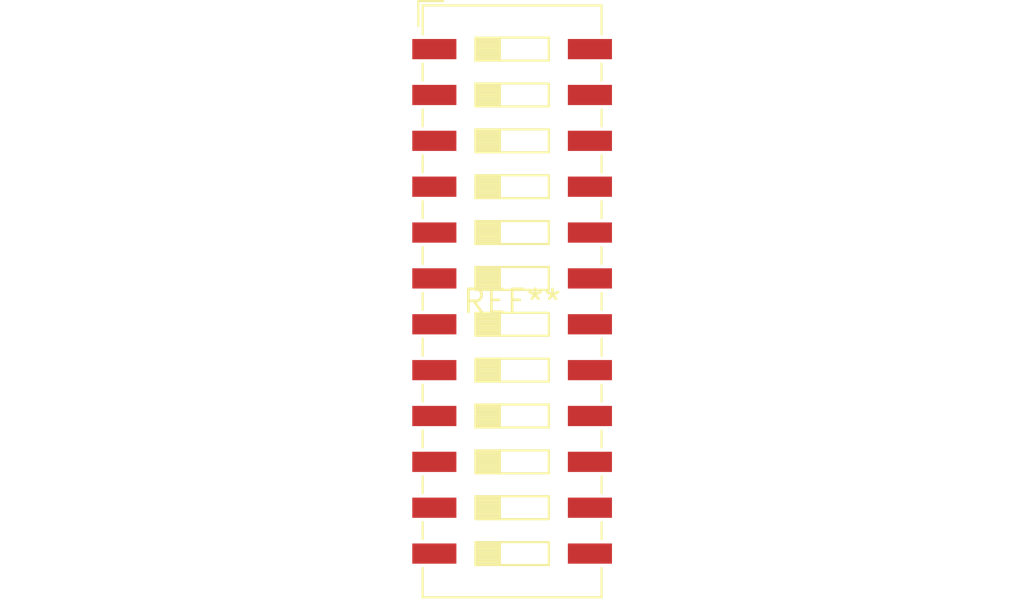
<source format=kicad_pcb>
(kicad_pcb (version 20240108) (generator pcbnew)
  (layers (0 "F.Cu" signal) (31 "B.Cu" signal) (34 "B.Paste" user) (35 "F.Paste" user) (36 "B.SilkS" user "B.Silkscreen") (37 "F.SilkS" user "F.Silkscreen") (38 "B.Mask" user) (39 "F.Mask" user) (44 "Edge.Cuts" user))
  (net 0 "")
  (footprint "SW_DIP_SPSTx12_Slide_9.78x32.66mm_W8.61mm_P2.54mm" (layer "F.Cu") (at 0 0)
    (property "Reference" "REF**")
    (property "Value" "SW_DIP_SPSTx12_Slide_9.78x32.66mm_W8.61mm_P2.54mm")
    (fp_line (start -5.19 -16.63) (end -5.19 -15.247) (layer "F.SilkS") (stroke (width 0.12)))
    (fp_line (start -5.19 -16.63) (end -3.806 -16.63) (layer "F.SilkS") (stroke (width 0.12)))
    (fp_line (start -4.95 -16.39) (end -4.95 -14.77) (layer "F.SilkS") (stroke (width 0.12)))
    (fp_line (start -4.95 -16.39) (end 4.95 -16.39) (layer "F.SilkS") (stroke (width 0.12)))
    (fp_line (start -4.95 -13.17) (end -4.95 -12.23) (layer "F.SilkS") (stroke (width 0.12)))
    (fp_line (start -4.95 -10.63) (end -4.95 -9.69) (layer "F.SilkS") (stroke (width 0.12)))
    (fp_line (start -4.95 -8.09) (end -4.95 -7.15) (layer "F.SilkS") (stroke (width 0.12)))
    (fp_line (start -4.95 -5.55) (end -4.95 -4.61) (layer "F.SilkS") (stroke (width 0.12)))
    (fp_line (start -4.95 -3.01) (end -4.95 -2.07) (layer "F.SilkS") (stroke (width 0.12)))
    (fp_line (start -4.95 -0.47) (end -4.95 0.47) (layer "F.SilkS") (stroke (width 0.12)))
    (fp_line (start -4.95 2.07) (end -4.95 3.01) (layer "F.SilkS") (stroke (width 0.12)))
    (fp_line (start -4.95 4.61) (end -4.95 5.55) (layer "F.SilkS") (stroke (width 0.12)))
    (fp_line (start -4.95 7.15) (end -4.95 8.09) (layer "F.SilkS") (stroke (width 0.12)))
    (fp_line (start -4.95 9.69) (end -4.95 10.63) (layer "F.SilkS") (stroke (width 0.12)))
    (fp_line (start -4.95 12.23) (end -4.95 13.17) (layer "F.SilkS") (stroke (width 0.12)))
    (fp_line (start -4.95 14.77) (end -4.95 16.39) (layer "F.SilkS") (stroke (width 0.12)))
    (fp_line (start -4.95 16.39) (end 4.95 16.39) (layer "F.SilkS") (stroke (width 0.12)))
    (fp_line (start -2.03 -14.605) (end -2.03 -13.335) (layer "F.SilkS") (stroke (width 0.12)))
    (fp_line (start -2.03 -14.485) (end -0.676667 -14.485) (layer "F.SilkS") (stroke (width 0.12)))
    (fp_line (start -2.03 -14.365) (end -0.676667 -14.365) (layer "F.SilkS") (stroke (width 0.12)))
    (fp_line (start -2.03 -14.245) (end -0.676667 -14.245) (layer "F.SilkS") (stroke (width 0.12)))
    (fp_line (start -2.03 -14.125) (end -0.676667 -14.125) (layer "F.SilkS") (stroke (width 0.12)))
    (fp_line (start -2.03 -14.005) (end -0.676667 -14.005) (layer "F.SilkS") (stroke (width 0.12)))
    (fp_line (start -2.03 -13.885) (end -0.676667 -13.885) (layer "F.SilkS") (stroke (width 0.12)))
    (fp_line (start -2.03 -13.765) (end -0.676667 -13.765) (layer "F.SilkS") (stroke (width 0.12)))
    (fp_line (start -2.03 -13.645) (end -0.676667 -13.645) (layer "F.SilkS") (stroke (width 0.12)))
    (fp_line (start -2.03 -13.525) (end -0.676667 -13.525) (layer "F.SilkS") (stroke (width 0.12)))
    (fp_line (start -2.03 -13.405) (end -0.676667 -13.405) (layer "F.SilkS") (stroke (width 0.12)))
    (fp_line (start -2.03 -13.335) (end 2.03 -13.335) (layer "F.SilkS") (stroke (width 0.12)))
    (fp_line (start -2.03 -12.065) (end -2.03 -10.795) (layer "F.SilkS") (stroke (width 0.12)))
    (fp_line (start -2.03 -11.945) (end -0.676667 -11.945) (layer "F.SilkS") (stroke (width 0.12)))
    (fp_line (start -2.03 -11.825) (end -0.676667 -11.825) (layer "F.SilkS") (stroke (width 0.12)))
    (fp_line (start -2.03 -11.705) (end -0.676667 -11.705) (layer "F.SilkS") (stroke (width 0.12)))
    (fp_line (start -2.03 -11.585) (end -0.676667 -11.585) (layer "F.SilkS") (stroke (width 0.12)))
    (fp_line (start -2.03 -11.465) (end -0.676667 -11.465) (layer "F.SilkS") (stroke (width 0.12)))
    (fp_line (start -2.03 -11.345) (end -0.676667 -11.345) (layer "F.SilkS") (stroke (width 0.12)))
    (fp_line (start -2.03 -11.225) (end -0.676667 -11.225) (layer "F.SilkS") (stroke (width 0.12)))
    (fp_line (start -2.03 -11.105) (end -0.676667 -11.105) (layer "F.SilkS") (stroke (width 0.12)))
    (fp_line (start -2.03 -10.985) (end -0.676667 -10.985) (layer "F.SilkS") (stroke (width 0.12)))
    (fp_line (start -2.03 -10.865) (end -0.676667 -10.865) (layer "F.SilkS") (stroke (width 0.12)))
    (fp_line (start -2.03 -10.795) (end 2.03 -10.795) (layer "F.SilkS") (stroke (width 0.12)))
    (fp_line (start -2.03 -9.525) (end -2.03 -8.255) (layer "F.SilkS") (stroke (width 0.12)))
    (fp_line (start -2.03 -9.405) (end -0.676667 -9.405) (layer "F.SilkS") (stroke (width 0.12)))
    (fp_line (start -2.03 -9.285) (end -0.676667 -9.285) (layer "F.SilkS") (stroke (width 0.12)))
    (fp_line (start -2.03 -9.165) (end -0.676667 -9.165) (layer "F.SilkS") (stroke (width 0.12)))
    (fp_line (start -2.03 -9.045) (end -0.676667 -9.045) (layer "F.SilkS") (stroke (width 0.12)))
    (fp_line (start -2.03 -8.925) (end -0.676667 -8.925) (layer "F.SilkS") (stroke (width 0.12)))
    (fp_line (start -2.03 -8.805) (end -0.676667 -8.805) (layer "F.SilkS") (stroke (width 0.12)))
    (fp_line (start -2.03 -8.685) (end -0.676667 -8.685) (layer "F.SilkS") (stroke (width 0.12)))
    (fp_line (start -2.03 -8.565) (end -0.676667 -8.565) (layer "F.SilkS") (stroke (width 0.12)))
    (fp_line (start -2.03 -8.445) (end -0.676667 -8.445) (layer "F.SilkS") (stroke (width 0.12)))
    (fp_line (start -2.03 -8.325) (end -0.676667 -8.325) (layer "F.SilkS") (stroke (width 0.12)))
    (fp_line (start -2.03 -8.255) (end 2.03 -8.255) (layer "F.SilkS") (stroke (width 0.12)))
    (fp_line (start -2.03 -6.985) (end -2.03 -5.715) (layer "F.SilkS") (stroke (width 0.12)))
    (fp_line (start -2.03 -6.865) (end -0.676667 -6.865) (layer "F.SilkS") (stroke (width 0.12)))
    (fp_line (start -2.03 -6.745) (end -0.676667 -6.745) (layer "F.SilkS") (stroke (width 0.12)))
    (fp_line (start -2.03 -6.625) (end -0.676667 -6.625) (layer "F.SilkS") (stroke (width 0.12)))
    (fp_line (start -2.03 -6.505) (end -0.676667 -6.505) (layer "F.SilkS") (stroke (width 0.12)))
    (fp_line (start -2.03 -6.385) (end -0.676667 -6.385) (layer "F.SilkS") (stroke (width 0.12)))
    (fp_line (start -2.03 -6.265) (end -0.676667 -6.265) (layer "F.SilkS") (stroke (width 0.12)))
    (fp_line (start -2.03 -6.145) (end -0.676667 -6.145) (layer "F.SilkS") (stroke (width 0.12)))
    (fp_line (start -2.03 -6.025) (end -0.676667 -6.025) (layer "F.SilkS") (stroke (width 0.12)))
    (fp_line (start -2.03 -5.905) (end -0.676667 -5.905) (layer "F.SilkS") (stroke (width 0.12)))
    (fp_line (start -2.03 -5.785) (end -0.676667 -5.785) (layer "F.SilkS") (stroke (width 0.12)))
    (fp_line (start -2.03 -5.715) (end 2.03 -5.715) (layer "F.SilkS") (stroke (width 0.12)))
    (fp_line (start -2.03 -4.445) (end -2.03 -3.175) (layer "F.SilkS") (stroke (width 0.12)))
    (fp_line (start -2.03 -4.325) (end -0.676667 -4.325) (layer "F.SilkS") (stroke (width 0.12)))
    (fp_line (start -2.03 -4.205) (end -0.676667 -4.205) (layer "F.SilkS") (stroke (width 0.12)))
    (fp_line (start -2.03 -4.085) (end -0.676667 -4.085) (layer "F.SilkS") (stroke (width 0.12)))
    (fp_line (start -2.03 -3.965) (end -0.676667 -3.965) (layer "F.SilkS") (stroke (width 0.12)))
    (fp_line (start -2.03 -3.845) (end -0.676667 -3.845) (layer "F.SilkS") (stroke (width 0.12)))
    (fp_line (start -2.03 -3.725) (end -0.676667 -3.725) (layer "F.SilkS") (stroke (width 0.12)))
    (fp_line (start -2.03 -3.605) (end -0.676667 -3.605) (layer "F.SilkS") (stroke (width 0.12)))
    (fp_line (start -2.03 -3.485) (end -0.676667 -3.485) (layer "F.SilkS") (stroke (width 0.12)))
    (fp_line (start -2.03 -3.365) (end -0.676667 -3.365) (layer "F.SilkS") (stroke (width 0.12)))
    (fp_line (start -2.03 -3.245) (end -0.676667 -3.245) (layer "F.SilkS") (stroke (width 0.12)))
    (fp_line (start -2.03 -3.175) (end 2.03 -3.175) (layer "F.SilkS") (stroke (width 0.12)))
    (fp_line (start -2.03 -1.905) (end -2.03 -0.635) (layer "F.SilkS") (stroke (width 0.12)))
    (fp_line (start -2.03 -1.785) (end -0.676667 -1.785) (layer "F.SilkS") (stroke (width 0.12)))
    (fp_line (start -2.03 -1.665) (end -0.676667 -1.665) (layer "F.SilkS") (stroke (width 0.12)))
    (fp_line (start -2.03 -1.545) (end -0.676667 -1.545) (layer "F.SilkS") (stroke (width 0.12)))
    (fp_line (start -2.03 -1.425) (end -0.676667 -1.425) (layer "F.SilkS") (stroke (width 0.12)))
    (fp_line (start -2.03 -1.305) (end -0.676667 -1.305) (layer "F.SilkS") (stroke (width 0.12)))
    (fp_line (start -2.03 -1.185) (end -0.676667 -1.185) (layer "F.SilkS") (stroke (width 0.12)))
    (fp_line (start -2.03 -1.065) (end -0.676667 -1.065) (layer "F.SilkS") (stroke (width 0.12)))
    (fp_line (start -2.03 -0.945) (end -0.676667 -0.945) (layer "F.SilkS") (stroke (width 0.12)))
    (fp_line (start -2.03 -0.825) (end -0.676667 -0.825) (layer "F.SilkS") (stroke (width 0.12)))
    (fp_line (start -2.03 -0.705) (end -0.676667 -0.705) (layer "F.SilkS") (stroke (width 0.12)))
    (fp_line (start -2.03 -0.635) (end 2.03 -0.635) (layer "F.SilkS") (stroke (width 0.12)))
    (fp_line (start -2.03 0.635) (end -2.03 1.905) (layer "F.SilkS") (stroke (width 0.12)))
    (fp_line (start -2.03 0.755) (end -0.676667 0.755) (layer "F.SilkS") (stroke (width 0.12)))
    (fp_line (start -2.03 0.875) (end -0.676667 0.875) (layer "F.SilkS") (stroke (width 0.12)))
    (fp_line (start -2.03 0.995) (end -0.676667 0.995) (layer "F.SilkS") (stroke (width 0.12)))
    (fp_line (start -2.03 1.115) (end -0.676667 1.115) (layer "F.SilkS") (stroke (width 0.12)))
    (fp_line (start -2.03 1.235) (end -0.676667 1.235) (layer "F.SilkS") (stroke (width 0.12)))
    (fp_line (start -2.03 1.355) (end -0.676667 1.355) (layer "F.SilkS") (stroke (width 0.12)))
    (fp_line (start -2.03 1.475) (end -0.676667 1.475) (layer "F.SilkS") (stroke (width 0.12)))
    (fp_line (start -2.03 1.595) (end -0.676667 1.595) (layer "F.SilkS") (stroke (width 0.12)))
    (fp_line (start -2.03 1.715) (end -0.676667 1.715) (layer "F.SilkS") (stroke (width 0.12)))
    (fp_line (start -2.03 1.835) (end -0.676667 1.835) (layer "F.SilkS") (stroke (width 0.12)))
    (fp_line (start -2.03 1.905) (end 2.03 1.905) (layer "F.SilkS") (stroke (width 0.12)))
    (fp_line (start -2.03 3.175) (end -2.03 4.445) (layer "F.SilkS") (stroke (width 0.12)))
    (fp_line (start -2.03 3.295) (end -0.676667 3.295) (layer "F.SilkS") (stroke (width 0.12)))
    (fp_line (start -2.03 3.415) (end -0.676667 3.415) (layer "F.SilkS") (stroke (width 0.12)))
    (fp_line (start -2.03 3.535) (end -0.676667 3.535) (layer "F.SilkS") (stroke (width 0.12)))
    (fp_line (start -2.03 3.655) (end -0.676667 3.655) (layer "F.SilkS") (stroke (width 0.12)))
    (fp_line (start -2.03 3.775) (end -0.676667 3.775) (layer "F.SilkS") (stroke (width 0.12)))
    (fp_line (start -2.03 3.895) (end -0.676667 3.895) (layer "F.SilkS") (stroke (width 0.12)))
    (fp_line (start -2.03 4.015) (end -0.676667 4.015) (layer "F.SilkS") (stroke (width 0.12)))
    (fp_line (start -2.03 4.135) (end -0.676667 4.135) (layer "F.SilkS") (stroke (width 0.12)))
    (fp_line (start -2.03 4.255) (end -0.676667 4.255) (layer "F.SilkS") (stroke (width 0.12)))
    (fp_line (start -2.03 4.375) (end -0.676667 4.375) (layer "F.SilkS") (stroke (width 0.12)))
    (fp_line (start -2.03 4.445) (end 2.03 4.445) (layer "F.SilkS") (stroke (width 0.12)))
    (fp_line (start -2.03 5.715) (end -2.03 6.985) (layer "F.SilkS") (stroke (width 0.12)))
    (fp_line (start -2.03 5.835) (end -0.676667 5.835) (layer "F.SilkS") (stroke (width 0.12)))
    (fp_line (start -2.03 5.955) (end -0.676667 5.955) (layer "F.SilkS") (stroke (width 0.12)))
    (fp_line (start -2.03 6.075) (end -0.676667 6.075) (layer "F.SilkS") (stroke (width 0.12)))
    (fp_line (start -2.03 6.195) (end -0.676667 6.195) (layer "F.SilkS") (stroke (width 0.12)))
    (fp_line (start -2.03 6.315) (end -0.676667 6.315) (layer "F.SilkS") (stroke (width 0.12)))
    (fp_line (start -2.03 6.435) (end -0.676667 6.435) (layer "F.SilkS") (stroke (width 0.12)))
    (fp_line (start -2.03 6.555) (end -0.676667 6.555) (layer "F.SilkS") (stroke (width 0.12)))
    (fp_line (start -2.03 6.675) (end -0.676667 6.675) (layer "F.SilkS") (stroke (width 0.12)))
    (fp_line (start -2.03 6.795) (end -0.676667 6.795) (layer "F.SilkS") (stroke (width 0.12)))
    (fp_line (start -2.03 6.915) (end -0.676667 6.915) (layer "F.SilkS") (stroke (width 0.12)))
    (fp_line (start -2.03 6.985) (end 2.03 6.985) (layer "F.SilkS") (stroke (width 0.12)))
    (fp_line (start -2.03 8.255) (end -2.03 9.525) (layer "F.SilkS") (stroke (width 0.12)))
    (fp_line (start -2.03 8.375) (end -0.676667 8.375) (layer "F.SilkS") (stroke (width 0.12)))
    (fp_line (start -2.03 8.495) (end -0.676667 8.495) (layer "F.SilkS") (stroke (width 0.12)))
    (fp_line (start -2.03 8.615) (end -0.676667 8.615) (layer "F.SilkS") (stroke (width 0.12)))
    (fp_line (start -2.03 8.735) (end -0.676667 8.735) (layer "F.SilkS") (stroke (width 0.12)))
    (fp_line (start -2.03 8.855) (end -0.676667 8.855) (layer "F.SilkS") (stroke (width 0.12)))
    (fp_line (start -2.03 8.975) (end -0.676667 8.975) (layer "F.SilkS") (stroke (width 0.12)))
    (fp_line (start -2.03 9.095) (end -0.676667 9.095) (layer "F.SilkS") (stroke (width 0.12)))
    (fp_line (start -2.03 9.215) (end -0.676667 9.215) (layer "F.SilkS") (stroke (width 0.12)))
    (fp_line (start -2.03 9.335) (end -0.676667 9.335) (layer "F.SilkS") (stroke (width 0.12)))
    (fp_line (start -2.03 9.455) (end -0.676667 9.455) (layer "F.SilkS") (stroke (width 0.12)))
    (fp_line (start -2.03 9.525) (end 2.03 9.525) (layer "F.SilkS") (stroke (width 0.12)))
    (fp_line (start -2.03 10.795) (end -2.03 12.065) (layer "F.SilkS") (stroke (width 0.12)))
    (fp_line (start -2.03 10.915) (end -0.676667 10.915) (layer "F.SilkS") (stroke (width 0.12)))
    (fp_line (start -2.03 11.035) (end -0.676667 11.035) (layer "F.SilkS") (stroke (width 0.12)))
    (fp_line (start -2.03 11.155) (end -0.676667 11.155) (layer "F.SilkS") (stroke (width 0.12)))
    (fp_line (start -2.03 11.275) (end -0.676667 11.275) (layer "F.SilkS") (stroke (width 0.12)))
    (fp_line (start -2.03 11.395) (end -0.676667 11.395) (layer "F.SilkS") (stroke (width 0.12)))
    (fp_line (start -2.03 11.515) (end -0.676667 11.515) (layer "F.SilkS") (stroke (width 0.12)))
    (fp_line (start -2.03 11.635) (end -0.676667 11.635) (layer "F.SilkS") (stroke (width 0.12)))
    (fp_line (start -2.03 11.755) (end -0.676667 11.755) (layer "F.SilkS") (stroke (width 0.12)))
    (fp_line (start -2.03 11.875) (end -0.676667 11.875) (layer "F.SilkS") (stroke (width 0.12)))
    (fp_line (start -2.03 11.995) (end -0.676667 11.995) (layer "F.SilkS") (stroke (width 0.12)))
    (fp_line (start -2.03 12.065) (end 2.03 12.065) (layer "F.SilkS") (stroke (width 0.12)))
    (fp_line (start -2.03 13.335) (end -2.03 14.605) (layer "F.SilkS") (stroke (width 0.12)))
    (fp_line (start -2.03 13.455) (end -0.676667 13.455) (layer "F.SilkS") (stroke (width 0.12)))
    (fp_line (start -2.03 13.575) (end -0.676667 13.575) (layer "F.SilkS") (stroke (width 0.12)))
    (fp_line (start -2.03 13.695) (end -0.676667 13.695) (layer "F.SilkS") (stroke (width 0.12)))
    (fp_line (start -2.03 13.815) (end -0.676667 13.815) (layer "F.SilkS") (stroke (width 0.12)))
    (fp_line (start -2.03 13.935) (end -0.676667 13.935) (layer "F.SilkS") (stroke (width 0.12)))
    (fp_line (start -2.03 14.055) (end -0.676667 14.055) (layer "F.SilkS") (stroke (width 0.12)))
    (fp_line (start -2.03 14.175) (end -0.676667 14.175) (layer "F.SilkS") (stroke (width 0.12)))
    (fp_line (start -2.03 14.295) (end -0.676667 14.295) (layer "F.SilkS") (stroke (width 0.12)))
    (fp_line (start -2.03 14.415) (end -0.676667 14.415) (layer "F.SilkS") (stroke (width 0.12)))
    (fp_line (start -2.03 14.535) (end -0.676667 14.535) (layer "F.SilkS") (stroke (width 0.12)))
    (fp_line (start -2.03 14.605) (end 2.03 14.605) (layer "F.SilkS") (stroke (width 0.12)))
    (fp_line (start -0.676667 -14.605) (end -0.676667 -13.335) (layer "F.SilkS") (stroke (width 0.12)))
    (fp_line (start -0.676667 -12.065) (end -0.676667 -10.795) (layer "F.SilkS") (stroke (width 0.12)))
    (fp_line (start -0.676667 -9.525) (end -0.676667 -8.255) (layer "F.SilkS") (stroke (width 0.12)))
    (fp_line (start -0.676667 -6.985) (end -0.676667 -5.715) (layer "F.SilkS") (stroke (width 0.12)))
    (fp_line (start -0.676667 -4.445) (end -0.676667 -3.175) (layer "F.SilkS") (stroke (width 0.12)))
    (fp_line (start -0.676667 -1.905) (end -0.676667 -0.635) (layer "F.SilkS") (stroke (width 0.12)))
    (fp_line (start -0.676667 0.635) (end -0.676667 1.905) (layer "F.SilkS") (stroke (width 0.12)))
    (fp_line (start -0.676667 3.175) (end -0.676667 4.445) (layer "F.SilkS") (stroke (width 0.12)))
    (fp_line (start -0.676667 5.715) (end -0.676667 6.985) (layer "F.SilkS") (stroke (width 0.12)))
    (fp_line (start -0.676667 8.255) (end -0.676667 9.525) (layer "F.SilkS") (stroke (width 0.12)))
    (fp_line (start -0.676667 10.795) (end -0.676667 12.065) (layer "F.SilkS") (stroke (width 0.12)))
    (fp_line (start -0.676667 13.335) (end -0.676667 14.605) (layer "F.SilkS") (stroke (width 0.12)))
    (fp_line (start 2.03 -14.605) (end -2.03 -14.605) (layer "F.SilkS") (stroke (width 0.12)))
    (fp_line (start 2.03 -13.335) (end 2.03 -14.605) (layer "F.SilkS") (stroke (width 0.12)))
    (fp_line (start 2.03 -12.065) (end -2.03 -12.065) (layer "F.SilkS") (stroke (width 0.12)))
    (fp_line (start 2.03 -10.795) (end 2.03 -12.065) (layer "F.SilkS") (stroke (width 0.12)))
    (fp_line (start 2.03 -9.525) (end -2.03 -9.525) (layer "F.SilkS") (stroke (width 0.12)))
    (fp_line (start 2.03 -8.255) (end 2.03 -9.525) (layer "F.SilkS") (stroke (width 0.12)))
    (fp_line (start 2.03 -6.985) (end -2.03 -6.985) (layer "F.SilkS") (stroke (width 0.12)))
    (fp_line (start 2.03 -5.715) (end 2.03 -6.985) (layer "F.SilkS") (stroke (width 0.12)))
    (fp_line (start 2.03 -4.445) (end -2.03 -4.445) (layer "F.SilkS") (stroke (width 0.12)))
    (fp_line (start 2.03 -3.175) (end 2.03 -4.445) (layer "F.SilkS") (stroke (width 0.12)))
    (fp_line (start 2.03 -1.905) (end -2.03 -1.905) (layer "F.SilkS") (stroke (width 0.12)))
    (fp_line (start 2.03 -0.635) (end 2.03 -1.905) (layer "F.SilkS") (stroke (width 0.12)))
    (fp_line (start 2.03 0.635) (end -2.03 0.635) (layer "F.SilkS") (stroke (width 0.12)))
    (fp_line (start 2.03 1.905) (end 2.03 0.635) (layer "F.SilkS") (stroke (width 0.12)))
    (fp_line (start 2.03 3.175) (end -2.03 3.175) (layer "F.SilkS") (stroke (width 0.12)))
    (fp_line (start 2.03 4.445) (end 2.03 3.175) (layer "F.SilkS") (stroke (width 0.12)))
    (fp_line (start 2.03 5.715) (end -2.03 5.715) (layer "F.SilkS") (stroke (width 0.12)))
    (fp_line (start 2.03 6.985) (end 2.03 5.715) (layer "F.SilkS") (stroke (width 0.12)))
    (fp_line (start 2.03 8.255) (end -2.03 8.255) (layer "F.SilkS") (stroke (width 0.12)))
    (fp_line (start 2.03 9.525) (end 2.03 8.255) (layer "F.SilkS") (stroke (width 0.12)))
    (fp_line (start 2.03 10.795) (end -2.03 10.795) (layer "F.SilkS") (stroke (width 0.12)))
    (fp_line (start 2.03 12.065) (end 2.03 10.795) (layer "F.SilkS") (stroke (width 0.12)))
    (fp_line (start 2.03 13.335) (end -2.03 13.335) (layer "F.SilkS") (stroke (width 0.12)))
    (fp_line (start 2.03 14.605) (end 2.03 13.335) (layer "F.SilkS") (stroke (width 0.12)))
    (fp_line (start 4.95 -16.39) (end 4.95 -14.77) (layer "F.SilkS") (stroke (width 0.12)))
    (fp_line (start 4.95 -13.169) (end 4.95 -12.229) (layer "F.SilkS") (stroke (width 0.12)))
    (fp_line (start 4.95 -10.629) (end 4.95 -9.689) (layer "F.SilkS") (stroke (width 0.12)))
    (fp_line (start 4.95 -8.089) (end 4.95 -7.149) (layer "F.SilkS") (stroke (width 0.12)))
    (fp_line (start 4.95 -5.549) (end 4.95 -4.609) (layer "F.SilkS") (stroke (width 0.12)))
    (fp_line (start 4.95 -3.009) (end 4.95 -2.069) (layer "F.SilkS") (stroke (width 0.12)))
    (fp_line (start 4.95 -0.469) (end 4.95 0.471) (layer "F.SilkS") (stroke (width 0.12)))
    (fp_line (start 4.95 2.071) (end 4.95 3.011) (layer "F.SilkS") (stroke (width 0.12)))
    (fp_line (start 4.95 4.611) (end 4.95 5.551) (layer "F.SilkS") (stroke (width 0.12)))
    (fp_line (start 4.95 7.151) (end 4.95 8.09) (layer "F.SilkS") (stroke (width 0.12)))
    (fp_line (start 4.95 9.691) (end 4.95 10.63) (layer "F.SilkS") (stroke (width 0.12)))
    (fp_line (start 4.95 12.231) (end 4.95 13.17) (layer "F.SilkS") (stroke (width 0.12)))
    (fp_line (start 4.95 14.77) (end 4.95 16.39) (layer "F.SilkS") (stroke (width 0.12)))
    (pad "1" smd rect (at -4.305 -13.97) (size 2.44 1.12) (layers "F.Cu" "F.Paste" "F.Mask"))
    (pad "2" smd rect (at -4.305 -11.43) (size 2.44 1.12) (layers "F.Cu" "F.Paste" "F.Mask"))
    (pad "3" smd rect (at -4.305 -8.89) (size 2.44 1.12) (layers "F.Cu" "F.Paste" "F.Mask"))
    (pad "4" smd rect (at -4.305 -6.35) (size 2.44 1.12) (layers "F.Cu" "F.Paste" "F.Mask"))
    (pad "5" smd rect (at -4.305 -3.81) (size 2.44 1.12) (layers "F.Cu" "F.Paste" "F.Mask"))
    (pad "6" smd rect (at -4.305 -1.27) (size 2.44 1.12) (layers "F.Cu" "F.Paste" "F.Mask"))
    (pad "7" smd rect (at -4.305 1.27) (size 2.44 1.12) (layers "F.Cu" "F.Paste" "F.Mask"))
    (pad "8" smd rect (at -4.305 3.81) (size 2.44 1.12) (layers "F.Cu" "F.Paste" "F.Mask"))
    (pad "9" smd rect (at -4.305 6.35) (size 2.44 1.12) (layers "F.Cu" "F.Paste" "F.Mask"))
    (pad "10" smd rect (at -4.305 8.89) (size 2.44 1.12) (layers "F.Cu" "F.Paste" "F.Mask"))
    (pad "11" smd rect (at -4.305 11.43) (size 2.44 1.12) (layers "F.Cu" "F.Paste" "F.Mask"))
    (pad "12" smd rect (at -4.305 13.97) (size 2.44 1.12) (layers "F.Cu" "F.Paste" "F.Mask"))
    (pad "13" smd rect (at 4.305 13.97) (size 2.44 1.12) (layers "F.Cu" "F.Paste" "F.Mask"))
    (pad "14" smd rect (at 4.305 11.43) (size 2.44 1.12) (layers "F.Cu" "F.Paste" "F.Mask"))
    (pad "15" smd rect (at 4.305 8.89) (size 2.44 1.12) (layers "F.Cu" "F.Paste" "F.Mask"))
    (pad "16" smd rect (at 4.305 6.35) (size 2.44 1.12) (layers "F.Cu" "F.Paste" "F.Mask"))
    (pad "17" smd rect (at 4.305 3.81) (size 2.44 1.12) (layers "F.Cu" "F.Paste" "F.Mask"))
    (pad "18" smd rect (at 4.305 1.27) (size 2.44 1.12) (layers "F.Cu" "F.Paste" "F.Mask"))
    (pad "19" smd rect (at 4.305 -1.27) (size 2.44 1.12) (layers "F.Cu" "F.Paste" "F.Mask"))
    (pad "20" smd rect (at 4.305 -3.81) (size 2.44 1.12) (layers "F.Cu" "F.Paste" "F.Mask"))
    (pad "21" smd rect (at 4.305 -6.35) (size 2.44 1.12) (layers "F.Cu" "F.Paste" "F.Mask"))
    (pad "22" smd rect (at 4.305 -8.89) (size 2.44 1.12) (layers "F.Cu" "F.Paste" "F.Mask"))
    (pad "23" smd rect (at 4.305 -11.43) (size 2.44 1.12) (layers "F.Cu" "F.Paste" "F.Mask"))
    (pad "24" smd rect (at 4.305 -13.97) (size 2.44 1.12) (layers "F.Cu" "F.Paste" "F.Mask"))
  )
)
</source>
